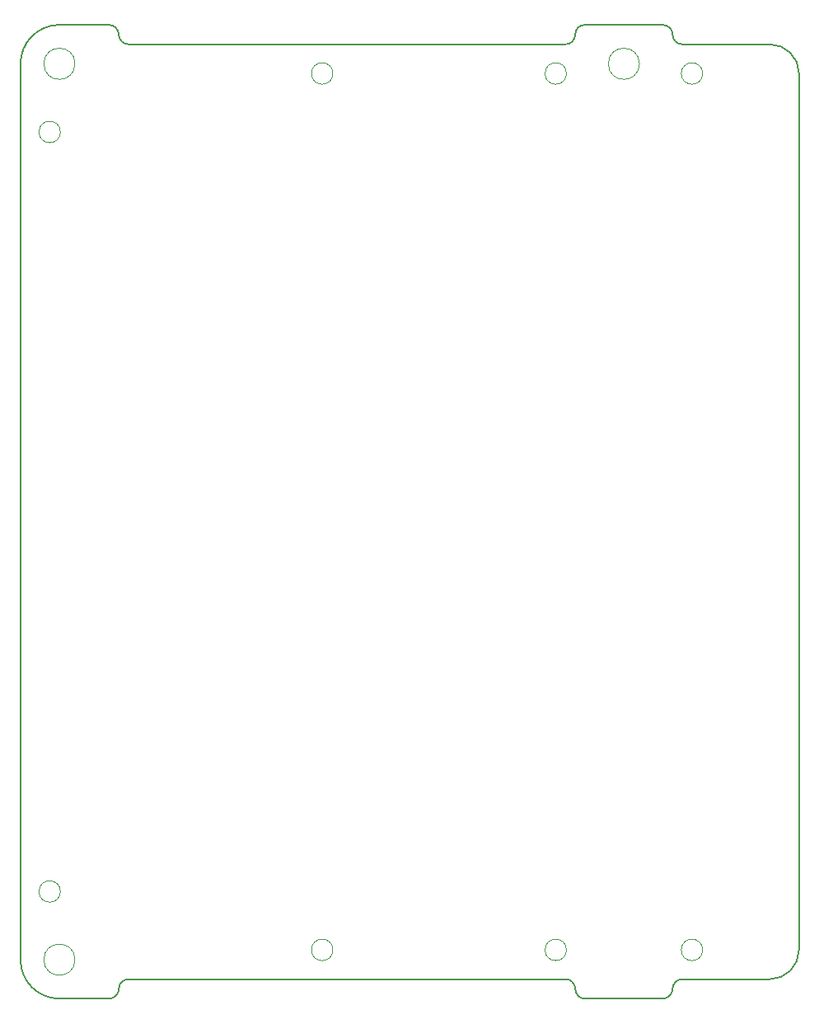
<source format=gbr>
%TF.GenerationSoftware,KiCad,Pcbnew,9.0.0*%
%TF.CreationDate,2025-03-09T11:05:24+03:00*%
%TF.ProjectId,PM_CNV-DI16_sink,504d5f43-4e56-42d4-9449-31365f73696e,rev?*%
%TF.SameCoordinates,Original*%
%TF.FileFunction,Profile,NP*%
%FSLAX46Y46*%
G04 Gerber Fmt 4.6, Leading zero omitted, Abs format (unit mm)*
G04 Created by KiCad (PCBNEW 9.0.0) date 2025-03-09 11:05:24*
%MOMM*%
%LPD*%
G01*
G04 APERTURE LIST*
%TA.AperFunction,Profile*%
%ADD10C,0.200000*%
%TD*%
%TA.AperFunction,Profile*%
%ADD11C,0.050000*%
%TD*%
G04 APERTURE END LIST*
D10*
X40000000Y-45000000D02*
G75*
G02*
X37000000Y-48000000I-3000000J0D01*
G01*
X-40000000Y46000000D02*
G75*
G02*
X-36000000Y50000000I4000000J0D01*
G01*
X26000000Y50000000D02*
X18000000Y50000000D01*
X26000000Y50000000D02*
G75*
G02*
X27000000Y49000000I0J-1000000D01*
G01*
X-36000000Y-50000000D02*
G75*
G02*
X-40000000Y-46000000I0J4000000D01*
G01*
X-36000000Y50000000D02*
X-30900000Y50000000D01*
X-40000000Y46000000D02*
X-40000000Y-46000000D01*
X-29900000Y-49000000D02*
G75*
G02*
X-28900000Y-48000000I1000000J0D01*
G01*
X18000000Y-50000000D02*
X26000000Y-50000000D01*
X17000000Y49000000D02*
G75*
G02*
X16000000Y48000000I-1000000J0D01*
G01*
X16000000Y-48000000D02*
X-28900000Y-48000000D01*
X-28900000Y48000000D02*
G75*
G02*
X-29900000Y49000000I0J1000000D01*
G01*
X-28900000Y48000000D02*
X16000000Y48000000D01*
X-29900000Y-49000000D02*
G75*
G02*
X-30900000Y-50000000I-1000000J0D01*
G01*
X40000000Y45000000D02*
X40000000Y-45000000D01*
X17000000Y49000000D02*
G75*
G02*
X18000000Y50000000I1000000J0D01*
G01*
X-36000000Y-50000000D02*
X-30900000Y-50000000D01*
X-30900000Y50000000D02*
G75*
G02*
X-29900000Y49000000I0J-1000000D01*
G01*
X28000000Y-48000000D02*
X37000000Y-48000000D01*
X18000000Y-50000000D02*
G75*
G02*
X17000000Y-49000000I0J1000000D01*
G01*
X28000000Y48000000D02*
G75*
G02*
X27000000Y49000000I0J1000000D01*
G01*
X37000000Y48000000D02*
G75*
G02*
X40000000Y45000000I0J-3000000D01*
G01*
X16000000Y-48000000D02*
G75*
G02*
X17000000Y-49000000I0J-1000000D01*
G01*
X27000000Y-49000000D02*
G75*
G02*
X26000000Y-50000000I-1000000J0D01*
G01*
X37000000Y48000000D02*
X28000000Y48000000D01*
X27000000Y-49000000D02*
G75*
G02*
X28000000Y-48000000I1000000J0D01*
G01*
D11*
%TO.C,U2*%
X-35900000Y39000000D02*
G75*
G02*
X-38100000Y39000000I-1100000J0D01*
G01*
X-38100000Y39000000D02*
G75*
G02*
X-35900000Y39000000I1100000J0D01*
G01*
X-35900000Y-39000000D02*
G75*
G02*
X-38100000Y-39000000I-1100000J0D01*
G01*
X-38100000Y-39000000D02*
G75*
G02*
X-35900000Y-39000000I1100000J0D01*
G01*
X-7900000Y45000000D02*
G75*
G02*
X-10100000Y45000000I-1100000J0D01*
G01*
X-10100000Y45000000D02*
G75*
G02*
X-7900000Y45000000I1100000J0D01*
G01*
X-7900000Y-45000000D02*
G75*
G02*
X-10100000Y-45000000I-1100000J0D01*
G01*
X-10100000Y-45000000D02*
G75*
G02*
X-7900000Y-45000000I1100000J0D01*
G01*
%TO.C,H4*%
X-34400000Y46000000D02*
G75*
G02*
X-37600000Y46000000I-1600000J0D01*
G01*
X-37600000Y46000000D02*
G75*
G02*
X-34400000Y46000000I1600000J0D01*
G01*
%TO.C,H5*%
X23600000Y46000000D02*
G75*
G02*
X20400000Y46000000I-1600000J0D01*
G01*
X20400000Y46000000D02*
G75*
G02*
X23600000Y46000000I1600000J0D01*
G01*
%TO.C,SP1*%
X16100000Y45000000D02*
G75*
G02*
X13900000Y45000000I-1100000J0D01*
G01*
X13900000Y45000000D02*
G75*
G02*
X16100000Y45000000I1100000J0D01*
G01*
X16100000Y-45000000D02*
G75*
G02*
X13900000Y-45000000I-1100000J0D01*
G01*
X13900000Y-45000000D02*
G75*
G02*
X16100000Y-45000000I1100000J0D01*
G01*
X30100000Y45000000D02*
G75*
G02*
X27900000Y45000000I-1100000J0D01*
G01*
X27900000Y45000000D02*
G75*
G02*
X30100000Y45000000I1100000J0D01*
G01*
X30100000Y-45000000D02*
G75*
G02*
X27900000Y-45000000I-1100000J0D01*
G01*
X27900000Y-45000000D02*
G75*
G02*
X30100000Y-45000000I1100000J0D01*
G01*
%TO.C,H6*%
X-34400000Y-46000000D02*
G75*
G02*
X-37600000Y-46000000I-1600000J0D01*
G01*
X-37600000Y-46000000D02*
G75*
G02*
X-34400000Y-46000000I1600000J0D01*
G01*
%TD*%
M02*

</source>
